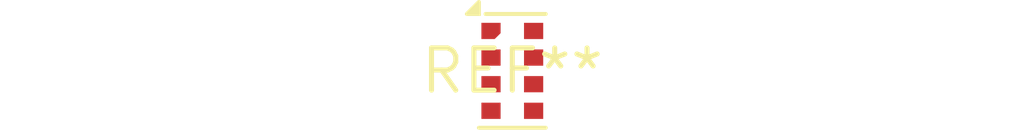
<source format=kicad_pcb>
(kicad_pcb (version 20240108) (generator pcbnew)
  (layers (0 "F.Cu" signal) (31 "B.Cu" signal) (34 "B.Paste" user) (35 "F.Paste" user) (36 "B.SilkS" user "B.Silkscreen") (37 "F.SilkS" user "F.Silkscreen") (38 "B.Mask" user) (39 "F.Mask" user) (44 "Edge.Cuts" user))
  (net 0 "")
  (footprint "AMS_OLGA-8_2x3.1mm_P0.8mm" (layer "F.Cu") (at 0 0)
    (property "Reference" "REF**")
    (property "Value" "AMS_OLGA-8_2x3.1mm_P0.8mm")
    (fp_line (start -1 1.71) (end 1 1.71) (layer "F.SilkS") (stroke (width 0.12)))
    (fp_line (start -0.8 -1.71) (end 1 -1.71) (layer "F.SilkS") (stroke (width 0.12)))
    (fp_poly (pts (xy -1 -1.71) (xy -1.36 -1.71) (xy -1 -2.07) (xy -1 -1.71)) (layer "F.SilkS") (stroke (width 0.12)) (fill solid))
    (pad "1" smd roundrect (at -0.638 -1.2) (size 0.575 0.488) (layers "F.Cu" "F.Paste" "F.Mask") (roundrect_rratio 0) (chamfer_ratio 0.3625) (chamfer bottom_right))
    (pad "2" smd rect (at -0.638 -0.4) (size 0.575 0.488) (layers "F.Cu" "F.Paste" "F.Mask"))
    (pad "3" smd rect (at -0.638 0.4) (size 0.575 0.488) (layers "F.Cu" "F.Paste" "F.Mask"))
    (pad "4" smd rect (at -0.638 1.2) (size 0.575 0.488) (layers "F.Cu" "F.Paste" "F.Mask"))
    (pad "5" smd rect (at 0.638 1.2) (size 0.575 0.488) (layers "F.Cu" "F.Paste" "F.Mask"))
    (pad "6" smd rect (at 0.638 0.4) (size 0.575 0.488) (layers "F.Cu" "F.Paste" "F.Mask"))
    (pad "7" smd rect (at 0.638 -0.4) (size 0.575 0.488) (layers "F.Cu" "F.Paste" "F.Mask"))
    (pad "8" smd rect (at 0.638 -1.2) (size 0.575 0.488) (layers "F.Cu" "F.Paste" "F.Mask"))
  )
)
</source>
